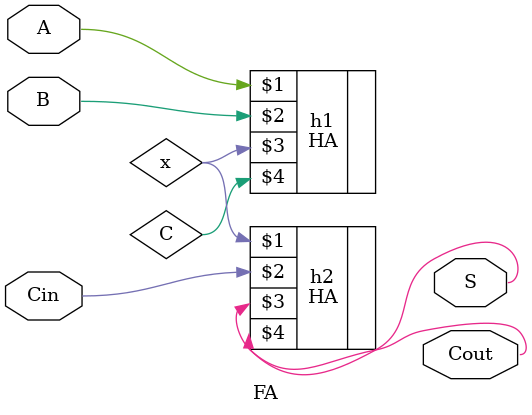
<source format=v>
module FA(input A,B,Cin, output S,Cout);
wire x,S;
HA h1(A,B,x,C);
HA h2(x,Cin,S,Cout);
endmodule

</source>
